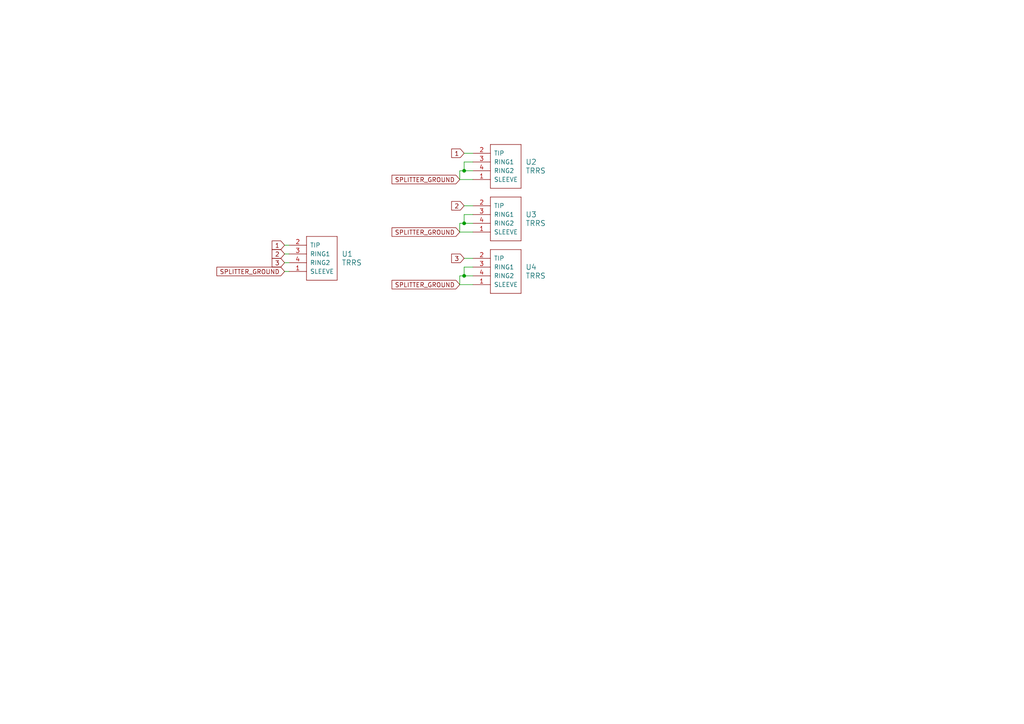
<source format=kicad_sch>
(kicad_sch (version 20231120) (generator "eeschema") (generator_version "8.0")
  (paper "A4")
  (lib_symbols
    (symbol "ScottoKeebs:Placeholder_TRRS" (pin_names (offset 1.016))
      (property "Reference" "U" (at 0 15.24 0))
      (property "Value" "TRRS" (at 0 -2.54 0))
      (symbol "Placeholder_TRRS_0_1"
        (rectangle (start -3.81 0) (end -3.81 12.7))
        (rectangle (start -3.81 0) (end 5.08 0))
        (rectangle (start -3.81 12.7) (end 5.08 12.7))
        (rectangle (start 5.08 12.7) (end 5.08 0))
      )
      (symbol "Placeholder_TRRS_1_1"
        (pin input line (at -8.89 2.54 0) (length 5.08) (name "SLEEVE") (number "1"))
        (pin input line (at -8.89 10.16 0) (length 5.08) (name "TIP") (number "2"))
        (pin input line (at -8.89 7.62 0) (length 5.08) (name "RING1") (number "3"))
        (pin input line (at -8.89 5.08 0) (length 5.08) (name "RING2") (number "4"))
      )
    )
  )
  (junction (at 134.62 64.77))
  (junction (at 134.62 80.01))
  (junction (at 134.62 49.53))
  (wire (pts (xy 134.62 62.23) (xy 137.16 62.23)))
  (wire (pts (xy 133.35 49.53) (xy 133.35 52.07)))
  (wire (pts (xy 133.35 64.77) (xy 133.35 67.31)))
  (wire (pts (xy 133.35 80.01) (xy 133.35 82.55)))
  (wire (pts (xy 133.35 64.77) (xy 134.62 64.77)))
  (wire (pts (xy 134.62 49.53) (xy 137.16 49.53)))
  (wire (pts (xy 133.35 52.07) (xy 137.16 52.07)))
  (wire (pts (xy 134.62 46.99) (xy 134.62 49.53)))
  (wire (pts (xy 134.62 44.45) (xy 137.16 44.45)))
  (wire (pts (xy 134.62 80.01) (xy 137.16 80.01)))
  (wire (pts (xy 133.35 82.55) (xy 137.16 82.55)))
  (wire (pts (xy 134.62 59.69) (xy 137.16 59.69)))
  (wire (pts (xy 82.55 76.2) (xy 83.82 76.2)))
  (wire (pts (xy 82.55 73.66) (xy 83.82 73.66)))
  (wire (pts (xy 82.55 71.12) (xy 83.82 71.12)))
  (wire (pts (xy 133.35 49.53) (xy 134.62 49.53)))
  (wire (pts (xy 134.62 77.47) (xy 134.62 80.01)))
  (wire (pts (xy 134.62 46.99) (xy 137.16 46.99)))
  (wire (pts (xy 134.62 77.47) (xy 137.16 77.47)))
  (wire (pts (xy 82.55 78.74) (xy 83.82 78.74)))
  (wire (pts (xy 134.62 74.93) (xy 137.16 74.93)))
  (wire (pts (xy 133.35 67.31) (xy 137.16 67.31)))
  (wire (pts (xy 133.35 80.01) (xy 134.62 80.01)))
  (wire (pts (xy 134.62 62.23) (xy 134.62 64.77)))
  (wire (pts (xy 134.62 64.77) (xy 137.16 64.77)))
  (global_label "3" (shape input) (at 134.62 74.93 180) (property "Intersheetrefs" "${INTERSHEET_REFS}" (effects (hide yes))))
  (global_label "2" (shape input) (at 134.62 59.69 180) (property "Intersheetrefs" "${INTERSHEET_REFS}" (effects (hide yes))))
  (global_label "3" (shape input) (at 82.55 76.2 180) (property "Intersheetrefs" "${INTERSHEET_REFS}" (effects (hide yes))))
  (global_label "1" (shape input) (at 134.62 44.45 180) (property "Intersheetrefs" "${INTERSHEET_REFS}" (effects (hide yes))))
  (global_label "2" (shape input) (at 82.55 73.66 180) (property "Intersheetrefs" "${INTERSHEET_REFS}" (effects (hide yes))))
  (global_label "1" (shape input) (at 82.55 71.12 180) (property "Intersheetrefs" "${INTERSHEET_REFS}" (effects (hide yes))))
  (global_label "SPLITTER_GROUND" (shape input) (at 133.35 82.55 180) (property "Intersheetrefs" "${INTERSHEET_REFS}" (effects (hide yes))))
  (global_label "SPLITTER_GROUND" (shape input) (at 82.55 78.74 180) (property "Intersheetrefs" "${INTERSHEET_REFS}" (effects (hide yes))))
  (global_label "SPLITTER_GROUND" (shape input) (at 133.35 67.31 180) (property "Intersheetrefs" "${INTERSHEET_REFS}" (effects (hide yes))))
  (global_label "SPLITTER_GROUND" (shape input) (at 133.35 52.07 180) (property "Intersheetrefs" "${INTERSHEET_REFS}" (effects (hide yes))))
  (symbol (lib_id "ScottoKeebs:Placeholder_TRRS") (at 146.05 69.85 0) (unit 1)
    (property "Reference" "U3" (at 152.4 62.2299 0) (effects (font (size 1.524 1.524)) (justify left)))
    (property "Value" "TRRS" (at 152.4 64.7699 0) (effects (font (size 1.524 1.524)) (justify left)))
    (property "Footprint" "ScottoKeebs_Components:TRRS_PJ-320A" (effects (hide yes)))
  )
  (symbol (lib_id "ScottoKeebs:Placeholder_TRRS") (at 146.05 54.61 0) (unit 1)
    (property "Reference" "U2" (at 152.4 46.9899 0) (effects (font (size 1.524 1.524)) (justify left)))
    (property "Value" "TRRS" (at 152.4 49.5299 0) (effects (font (size 1.524 1.524)) (justify left)))
    (property "Footprint" "ScottoKeebs_Components:TRRS_PJ-320A" (effects (hide yes)))
  )
  (symbol (lib_id "ScottoKeebs:Placeholder_TRRS") (at 146.05 85.09 0) (unit 1)
    (property "Reference" "U4" (at 152.4 77.4699 0) (effects (font (size 1.524 1.524)) (justify left)))
    (property "Value" "TRRS" (at 152.4 80.0099 0) (effects (font (size 1.524 1.524)) (justify left)))
    (property "Footprint" "ScottoKeebs_Components:TRRS_PJ-320A" (effects (hide yes)))
  )
  (symbol (lib_id "ScottoKeebs:Placeholder_TRRS") (at 92.71 81.28 0) (unit 1)
    (property "Reference" "U1" (at 99.06 73.6599 0) (effects (font (size 1.524 1.524)) (justify left)))
    (property "Value" "TRRS" (at 99.06 76.1999 0) (effects (font (size 1.524 1.524)) (justify left)))
    (property "Footprint" "ScottoKeebs_Components:TRRS_PJ-320A" (effects (hide yes)))
  )
)
</source>
